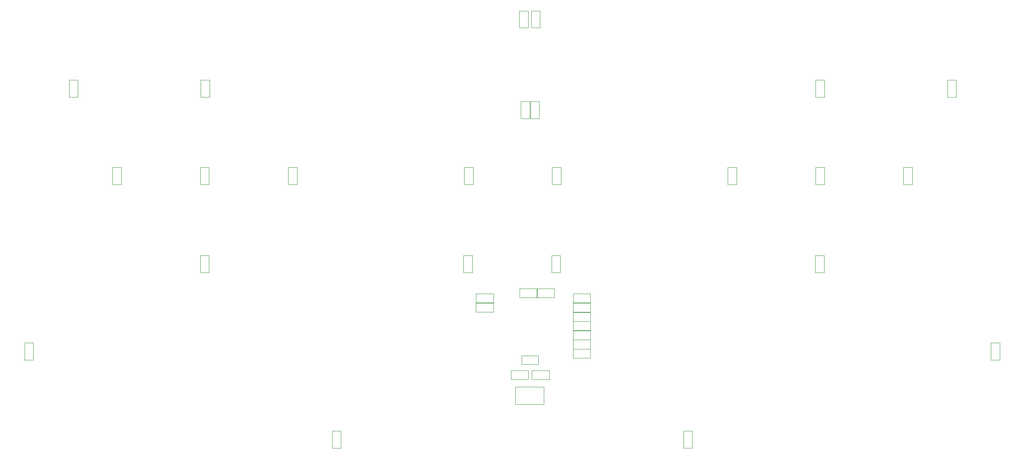
<source format=gbr>
%TF.GenerationSoftware,KiCad,Pcbnew,7.0.7*%
%TF.CreationDate,2023-10-04T19:00:40+09:00*%
%TF.ProjectId,Sixtar-Switch,53697874-6172-42d5-9377-697463682e6b,rev?*%
%TF.SameCoordinates,Original*%
%TF.FileFunction,Other,User*%
%FSLAX46Y46*%
G04 Gerber Fmt 4.6, Leading zero omitted, Abs format (unit mm)*
G04 Created by KiCad (PCBNEW 7.0.7) date 2023-10-04 19:00:40*
%MOMM*%
%LPD*%
G01*
G04 APERTURE LIST*
%ADD10C,0.050000*%
G04 APERTURE END LIST*
D10*
%TO.C,C12*%
X151160000Y-92380000D02*
X147400000Y-92380000D01*
X151160000Y-94340000D02*
X151160000Y-92380000D01*
X147400000Y-92380000D02*
X147400000Y-94340000D01*
X147400000Y-94340000D02*
X151160000Y-94340000D01*
%TO.C,C10*%
X151160000Y-88380000D02*
X147400000Y-88380000D01*
X151160000Y-90340000D02*
X151160000Y-88380000D01*
X147400000Y-88380000D02*
X147400000Y-90340000D01*
X147400000Y-90340000D02*
X151160000Y-90340000D01*
%TO.C,C5*%
X130132738Y-82380000D02*
X126372738Y-82380000D01*
X130132738Y-84340000D02*
X130132738Y-82380000D01*
X126372738Y-82380000D02*
X126372738Y-84340000D01*
X126372738Y-84340000D02*
X130132738Y-84340000D01*
%TO.C,C8*%
X151160000Y-84380000D02*
X147400000Y-84380000D01*
X151160000Y-86340000D02*
X151160000Y-84380000D01*
X147400000Y-84380000D02*
X147400000Y-86340000D01*
X147400000Y-86340000D02*
X151160000Y-86340000D01*
%TO.C,C9*%
X151160000Y-86380000D02*
X147400000Y-86380000D01*
X151160000Y-88340000D02*
X151160000Y-86380000D01*
X147400000Y-86380000D02*
X147400000Y-88340000D01*
X147400000Y-88340000D02*
X151160000Y-88340000D01*
%TO.C,C15*%
X143390000Y-81250000D02*
X139630000Y-81250000D01*
X143390000Y-83210000D02*
X143390000Y-81250000D01*
X139630000Y-81250000D02*
X139630000Y-83210000D01*
X139630000Y-83210000D02*
X143390000Y-83210000D01*
%TO.C,R5*%
X140100000Y-44300000D02*
X140100000Y-40600000D01*
X138200000Y-44300000D02*
X140100000Y-44300000D01*
X140100000Y-40600000D02*
X138200000Y-40600000D01*
X138200000Y-40600000D02*
X138200000Y-44300000D01*
%TO.C,C7*%
X151160000Y-82380000D02*
X147400000Y-82380000D01*
X151160000Y-84340000D02*
X151160000Y-82380000D01*
X147400000Y-82380000D02*
X147400000Y-84340000D01*
X147400000Y-84340000D02*
X151160000Y-84340000D01*
%TO.C,R6*%
X138000000Y-44300000D02*
X138000000Y-40600000D01*
X136100000Y-44300000D02*
X138000000Y-44300000D01*
X138000000Y-40600000D02*
X136100000Y-40600000D01*
X136100000Y-40600000D02*
X136100000Y-44300000D01*
%TO.C,C14*%
X139550000Y-81240000D02*
X135790000Y-81240000D01*
X139550000Y-83200000D02*
X139550000Y-81240000D01*
X135790000Y-81240000D02*
X135790000Y-83200000D01*
X135790000Y-83200000D02*
X139550000Y-83200000D01*
%TO.C,C11*%
X151160000Y-90380000D02*
X147400000Y-90380000D01*
X151160000Y-92340000D02*
X151160000Y-90380000D01*
X147400000Y-90380000D02*
X147400000Y-92340000D01*
X147400000Y-92340000D02*
X151160000Y-92340000D01*
%TO.C,C13*%
X151160000Y-94380000D02*
X147400000Y-94380000D01*
X151160000Y-96340000D02*
X151160000Y-94380000D01*
X147400000Y-94380000D02*
X147400000Y-96340000D01*
X147400000Y-96340000D02*
X151160000Y-96340000D01*
%TO.C,C6*%
X126372738Y-86320000D02*
X130132738Y-86320000D01*
X126372738Y-84360000D02*
X126372738Y-86320000D01*
X130132738Y-86320000D02*
X130132738Y-84360000D01*
X130132738Y-84360000D02*
X126372738Y-84360000D01*
%TO.C,R27*%
X85650000Y-58650000D02*
X87550000Y-58650000D01*
X87550000Y-58650000D02*
X87550000Y-54950000D01*
X85650000Y-54950000D02*
X85650000Y-58650000D01*
X87550000Y-54950000D02*
X85650000Y-54950000D01*
%TO.C,R1*%
X180970000Y-58640000D02*
X182870000Y-58640000D01*
X182870000Y-58640000D02*
X182870000Y-54940000D01*
X180970000Y-54940000D02*
X180970000Y-58640000D01*
X182870000Y-54940000D02*
X180970000Y-54940000D01*
%TO.C,C16*%
X137720000Y-100960000D02*
X137720000Y-99000000D01*
X137720000Y-99000000D02*
X133960000Y-99000000D01*
X133960000Y-100960000D02*
X137720000Y-100960000D01*
X133960000Y-99000000D02*
X133960000Y-100960000D01*
%TO.C,R19*%
X238050000Y-96750000D02*
X239950000Y-96750000D01*
X239950000Y-96750000D02*
X239950000Y-93050000D01*
X238050000Y-93050000D02*
X238050000Y-96750000D01*
X239950000Y-93050000D02*
X238050000Y-93050000D01*
%TO.C,R15*%
X123650000Y-77750000D02*
X125550000Y-77750000D01*
X125550000Y-77750000D02*
X125550000Y-74050000D01*
X123650000Y-74050000D02*
X123650000Y-77750000D01*
X125550000Y-74050000D02*
X123650000Y-74050000D01*
%TO.C,R26*%
X47550000Y-58650000D02*
X49450000Y-58650000D01*
X49450000Y-58650000D02*
X49450000Y-54950000D01*
X47550000Y-54950000D02*
X47550000Y-58650000D01*
X49450000Y-54950000D02*
X47550000Y-54950000D01*
%TO.C,R23*%
X228600000Y-39650000D02*
X230500000Y-39650000D01*
X230500000Y-39650000D02*
X230500000Y-35950000D01*
X228600000Y-35950000D02*
X228600000Y-39650000D01*
X230500000Y-35950000D02*
X228600000Y-35950000D01*
%TO.C,R2*%
X138350000Y-24650000D02*
X140250000Y-24650000D01*
X140250000Y-24650000D02*
X140250000Y-20950000D01*
X138350000Y-20950000D02*
X138350000Y-24650000D01*
X140250000Y-20950000D02*
X138350000Y-20950000D01*
%TO.C,R25*%
X66550000Y-77750000D02*
X68450000Y-77750000D01*
X68450000Y-77750000D02*
X68450000Y-74050000D01*
X66550000Y-74050000D02*
X66550000Y-77750000D01*
X68450000Y-74050000D02*
X66550000Y-74050000D01*
%TO.C,R16*%
X142750000Y-77750000D02*
X144650000Y-77750000D01*
X144650000Y-77750000D02*
X144650000Y-74050000D01*
X142750000Y-74050000D02*
X142750000Y-77750000D01*
X144650000Y-74050000D02*
X142750000Y-74050000D01*
%TO.C,R18*%
X200020000Y-39650000D02*
X201920000Y-39650000D01*
X201920000Y-39650000D02*
X201920000Y-35950000D01*
X200020000Y-35950000D02*
X200020000Y-39650000D01*
X201920000Y-35950000D02*
X200020000Y-35950000D01*
%TO.C,R22*%
X38090000Y-39650000D02*
X39990000Y-39650000D01*
X39990000Y-39650000D02*
X39990000Y-35950000D01*
X38090000Y-35950000D02*
X38090000Y-39650000D01*
X39990000Y-35950000D02*
X38090000Y-35950000D01*
%TO.C,R8*%
X200020000Y-58640000D02*
X201920000Y-58640000D01*
X201920000Y-58640000D02*
X201920000Y-54940000D01*
X200020000Y-54940000D02*
X200020000Y-58640000D01*
X201920000Y-54940000D02*
X200020000Y-54940000D01*
%TO.C,R12*%
X142870000Y-58650000D02*
X144770000Y-58650000D01*
X144770000Y-58650000D02*
X144770000Y-54950000D01*
X142870000Y-54950000D02*
X142870000Y-58650000D01*
X144770000Y-54950000D02*
X142870000Y-54950000D01*
%TO.C,R21*%
X28450000Y-96750000D02*
X30350000Y-96750000D01*
X30350000Y-96750000D02*
X30350000Y-93050000D01*
X28450000Y-93050000D02*
X28450000Y-96750000D01*
X30350000Y-93050000D02*
X28450000Y-93050000D01*
%TO.C,R3*%
X135750000Y-24650000D02*
X137650000Y-24650000D01*
X137650000Y-24650000D02*
X137650000Y-20950000D01*
X135750000Y-20950000D02*
X135750000Y-24650000D01*
X137650000Y-20950000D02*
X135750000Y-20950000D01*
%TO.C,R13*%
X95150000Y-115850000D02*
X97050000Y-115850000D01*
X97050000Y-115850000D02*
X97050000Y-112150000D01*
X95150000Y-112150000D02*
X95150000Y-115850000D01*
X97050000Y-112150000D02*
X95150000Y-112150000D01*
%TO.C,R24*%
X66550000Y-58650000D02*
X68450000Y-58650000D01*
X68450000Y-58650000D02*
X68450000Y-54950000D01*
X66550000Y-54950000D02*
X66550000Y-58650000D01*
X68450000Y-54950000D02*
X66550000Y-54950000D01*
%TO.C,R4*%
X199950000Y-77750000D02*
X201850000Y-77750000D01*
X201850000Y-77750000D02*
X201850000Y-74050000D01*
X199950000Y-74050000D02*
X199950000Y-77750000D01*
X201850000Y-74050000D02*
X199950000Y-74050000D01*
%TO.C,R11*%
X123810000Y-58650000D02*
X125710000Y-58650000D01*
X125710000Y-58650000D02*
X125710000Y-54950000D01*
X123810000Y-54950000D02*
X123810000Y-58650000D01*
X125710000Y-54950000D02*
X123810000Y-54950000D01*
%TO.C,R17*%
X66680000Y-39640000D02*
X68580000Y-39640000D01*
X68580000Y-39640000D02*
X68580000Y-35940000D01*
X66680000Y-35940000D02*
X66680000Y-39640000D01*
X68580000Y-35940000D02*
X66680000Y-35940000D01*
%TO.C,C17*%
X138480000Y-99000000D02*
X138480000Y-100960000D01*
X138480000Y-100960000D02*
X142240000Y-100960000D01*
X142240000Y-99000000D02*
X138480000Y-99000000D01*
X142240000Y-100960000D02*
X142240000Y-99000000D01*
%TO.C,R7*%
X219070000Y-58630000D02*
X220970000Y-58630000D01*
X220970000Y-58630000D02*
X220970000Y-54930000D01*
X219070000Y-54930000D02*
X219070000Y-58630000D01*
X220970000Y-54930000D02*
X219070000Y-54930000D01*
%TO.C,R14*%
X171350000Y-115850000D02*
X173250000Y-115850000D01*
X173250000Y-115850000D02*
X173250000Y-112150000D01*
X171350000Y-112150000D02*
X171350000Y-115850000D01*
X173250000Y-112150000D02*
X171350000Y-112150000D01*
%TO.C,Y1*%
X141110000Y-106390000D02*
X134910000Y-106390000D01*
X141110000Y-102590000D02*
X141110000Y-106390000D01*
X134910000Y-106390000D02*
X134910000Y-102590000D01*
X134910000Y-102590000D02*
X141110000Y-102590000D01*
%TO.C,R20*%
X139930000Y-97680000D02*
X139930000Y-95780000D01*
X139930000Y-95780000D02*
X136230000Y-95780000D01*
X136230000Y-97680000D02*
X139930000Y-97680000D01*
X136230000Y-95780000D02*
X136230000Y-97680000D01*
%TD*%
M02*

</source>
